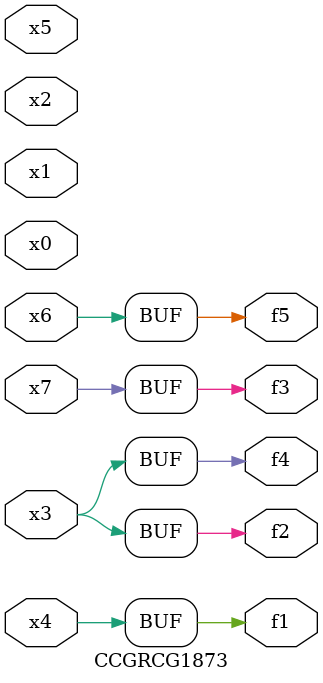
<source format=v>
module CCGRCG1873(
	input x0, x1, x2, x3, x4, x5, x6, x7,
	output f1, f2, f3, f4, f5
);
	assign f1 = x4;
	assign f2 = x3;
	assign f3 = x7;
	assign f4 = x3;
	assign f5 = x6;
endmodule

</source>
